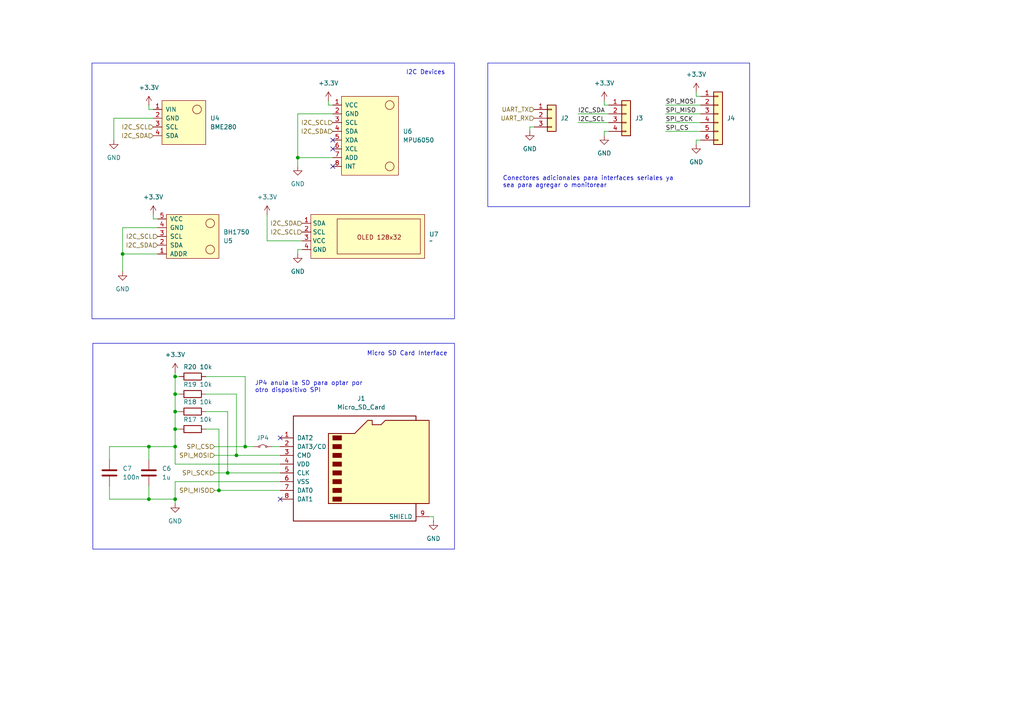
<source format=kicad_sch>
(kicad_sch (version 20250114) (generator "eeschema") (generator_version "9.0")
  (paper "A4")
  (title_block (title "TD2 Dev Kit - Serial Interfaces") (date "2025-07-01") (rev "1") (company "UTN FRA LSE"))
  (lib_symbols
    (symbol "Connector:Micro_SD_Card" (pin_names (offset 1.016))
      (property "Reference" "J" (at -16.51 15.24 0))
      (property "Value" "Micro_SD_Card" (at 16.51 15.24 0))
      (symbol "Micro_SD_Card_0_1"
        (polyline (pts (xy -8.89 -11.43) (xy -8.89 8.89) (xy -1.27 8.89) (xy 2.54 12.7) (xy 3.81 12.7) (xy 3.81 11.43) (xy 6.35 11.43) (xy 7.62 12.7) (xy 20.32 12.7) (xy 20.32 -11.43) (xy -8.89 -11.43)) (stroke (width 0.254)) (fill (type background)))
        (rectangle (start -7.62 8.255) (end -5.08 6.985) (fill (type outline)))
        (rectangle (start -7.62 5.715) (end -5.08 4.445) (fill (type outline)))
        (rectangle (start -7.62 3.175) (end -5.08 1.905) (fill (type outline)))
        (rectangle (start -7.62 0.635) (end -5.08 -0.635) (fill (type outline)))
        (rectangle (start -7.62 -1.905) (end -5.08 -3.175) (fill (type outline)))
        (rectangle (start -7.62 -4.445) (end -5.08 -5.715) (fill (type outline)))
        (rectangle (start -7.62 -6.985) (end -5.08 -8.255) (fill (type outline)))
        (rectangle (start -7.62 -9.525) (end -5.08 -10.795) (fill (type outline)))
        (polyline (pts (xy 16.51 12.7) (xy 16.51 13.97) (xy -19.05 13.97) (xy -19.05 -16.51) (xy 16.51 -16.51) (xy 16.51 -11.43)) (stroke (width 0.254)))
      )
      (symbol "Micro_SD_Card_1_1"
        (pin bidirectional line (at -22.86 7.62 0) (length 3.81) (name "DAT2") (number "1"))
        (pin bidirectional line (at -22.86 5.08 0) (length 3.81) (name "DAT3/CD") (number "2"))
        (pin input line (at -22.86 2.54 0) (length 3.81) (name "CMD") (number "3"))
        (pin power_in line (at -22.86 0 0) (length 3.81) (name "VDD") (number "4"))
        (pin input line (at -22.86 -2.54 0) (length 3.81) (name "CLK") (number "5"))
        (pin power_in line (at -22.86 -5.08 0) (length 3.81) (name "VSS") (number "6"))
        (pin bidirectional line (at -22.86 -7.62 0) (length 3.81) (name "DAT0") (number "7"))
        (pin bidirectional line (at -22.86 -10.16 0) (length 3.81) (name "DAT1") (number "8"))
        (pin passive line (at 20.32 -15.24 180) (length 3.81) (name "SHIELD") (number "9"))
      )
    )
    (symbol "Connector_Generic:Conn_01x03" (pin_names (offset 1.016) (hide yes))
      (property "Reference" "J" (at 0 5.08 0))
      (property "Value" "Conn_01x03" (at 0 -5.08 0))
      (symbol "Conn_01x03_1_1"
        (rectangle (start -1.27 3.81) (end 1.27 -3.81) (stroke (width 0.254)) (fill (type background)))
        (rectangle (start -1.27 2.667) (end 0 2.413) (stroke (width 0.1524)))
        (rectangle (start -1.27 0.127) (end 0 -0.127) (stroke (width 0.1524)))
        (rectangle (start -1.27 -2.413) (end 0 -2.667) (stroke (width 0.1524)))
        (pin passive line (at -5.08 2.54 0) (length 3.81) (name "Pin_1") (number "1"))
        (pin passive line (at -5.08 0 0) (length 3.81) (name "Pin_2") (number "2"))
        (pin passive line (at -5.08 -2.54 0) (length 3.81) (name "Pin_3") (number "3"))
      )
    )
    (symbol "Connector_Generic:Conn_01x04" (pin_names (offset 1.016) (hide yes))
      (property "Reference" "J" (at 0 5.08 0))
      (property "Value" "Conn_01x04" (at 0 -7.62 0))
      (symbol "Conn_01x04_1_1"
        (rectangle (start -1.27 3.81) (end 1.27 -6.35) (stroke (width 0.254)) (fill (type background)))
        (rectangle (start -1.27 2.667) (end 0 2.413) (stroke (width 0.1524)))
        (rectangle (start -1.27 0.127) (end 0 -0.127) (stroke (width 0.1524)))
        (rectangle (start -1.27 -2.413) (end 0 -2.667) (stroke (width 0.1524)))
        (rectangle (start -1.27 -4.953) (end 0 -5.207) (stroke (width 0.1524)))
        (pin passive line (at -5.08 2.54 0) (length 3.81) (name "Pin_1") (number "1"))
        (pin passive line (at -5.08 0 0) (length 3.81) (name "Pin_2") (number "2"))
        (pin passive line (at -5.08 -2.54 0) (length 3.81) (name "Pin_3") (number "3"))
        (pin passive line (at -5.08 -5.08 0) (length 3.81) (name "Pin_4") (number "4"))
      )
    )
    (symbol "Connector_Generic:Conn_01x06" (pin_names (offset 1.016) (hide yes))
      (property "Reference" "J" (at 0 7.62 0))
      (property "Value" "Conn_01x06" (at 0 -10.16 0))
      (symbol "Conn_01x06_1_1"
        (rectangle (start -1.27 6.35) (end 1.27 -8.89) (stroke (width 0.254)) (fill (type background)))
        (rectangle (start -1.27 5.207) (end 0 4.953) (stroke (width 0.1524)))
        (rectangle (start -1.27 2.667) (end 0 2.413) (stroke (width 0.1524)))
        (rectangle (start -1.27 0.127) (end 0 -0.127) (stroke (width 0.1524)))
        (rectangle (start -1.27 -2.413) (end 0 -2.667) (stroke (width 0.1524)))
        (rectangle (start -1.27 -4.953) (end 0 -5.207) (stroke (width 0.1524)))
        (rectangle (start -1.27 -7.493) (end 0 -7.747) (stroke (width 0.1524)))
        (pin passive line (at -5.08 5.08 0) (length 3.81) (name "Pin_1") (number "1"))
        (pin passive line (at -5.08 2.54 0) (length 3.81) (name "Pin_2") (number "2"))
        (pin passive line (at -5.08 0 0) (length 3.81) (name "Pin_3") (number "3"))
        (pin passive line (at -5.08 -2.54 0) (length 3.81) (name "Pin_4") (number "4"))
        (pin passive line (at -5.08 -5.08 0) (length 3.81) (name "Pin_5") (number "5"))
        (pin passive line (at -5.08 -7.62 0) (length 3.81) (name "Pin_6") (number "6"))
      )
    )
    (symbol "Device:C" (pin_numbers (hide yes)) (pin_names (offset 0.254))
      (property "Reference" "C" (at 0.635 2.54 0))
      (property "Value" "C" (at 0.635 -2.54 0))
      (symbol "C_0_1"
        (polyline (pts (xy -2.032 0.762) (xy 2.032 0.762)) (stroke (width 0.508)))
        (polyline (pts (xy -2.032 -0.762) (xy 2.032 -0.762)) (stroke (width 0.508)))
      )
      (symbol "C_1_1"
        (pin passive line (at 0 3.81 270) (length 2.794) (name "~") (number "1"))
        (pin passive line (at 0 -3.81 90) (length 2.794) (name "~") (number "2"))
      )
    )
    (symbol "Device:R" (pin_numbers (hide yes)) (pin_names (offset 0))
      (property "Reference" "R" (at 2.032 0 90))
      (property "Value" "R" (at 0 0 90))
      (symbol "R_0_1"
        (rectangle (start -1.016 -2.54) (end 1.016 2.54) (stroke (width 0.254)))
      )
      (symbol "R_1_1"
        (pin passive line (at 0 3.81 270) (length 1.27) (name "~") (number "1"))
        (pin passive line (at 0 -3.81 90) (length 1.27) (name "~") (number "2"))
      )
    )
    (symbol "Jumper:Jumper_2_Small_Bridged" (pin_numbers (hide yes)) (pin_names (offset 0) (hide yes))
      (property "Reference" "JP" (at 0 2.032 0))
      (property "Value" "Jumper_2_Small_Bridged" (at 0 -2.286 0))
      (symbol "Jumper_2_Small_Bridged_0_0"
        (circle (center -1.016 0) (radius 0.254))
        (circle (center 1.016 0) (radius 0.254))
      )
      (symbol "Jumper_2_Small_Bridged_0_1"
        (arc (start -0.762 0.254) (mid 0 0.5696) (end 0.762 0.254))
      )
      (symbol "Jumper_2_Small_Bridged_1_1"
        (pin passive line (at -2.54 0 0) (length 1.27) (name "A") (number "1"))
        (pin passive line (at 2.54 0 180) (length 1.27) (name "B") (number "2"))
      )
    )
    (symbol "custom-library:SSD1306_128x32"
      (property "Reference" "U" (at 1.016 10.16 0))
      (symbol "SSD1306_128x32_1_1"
        (rectangle (start 0 8.89) (end 33.02 -3.81) (fill (type color) (color 255 255 194 1)))
        (rectangle (start 7.62 7.62) (end 31.75 -2.54) (fill (type background)))
        (text "OLED 128x32" (at 19.812 2.286 0) (effects (font (size 1.27 1.27))))
        (pin bidirectional line (at -2.54 6.35 0) (length 2.54) (name "SDA") (number "1"))
        (pin input line (at -2.54 3.81 0) (length 2.54) (name "SCL") (number "2"))
        (pin power_in line (at -2.54 1.27 0) (length 2.54) (name "VCC") (number "3"))
        (pin power_in line (at -2.54 -1.27 0) (length 2.54) (name "GND") (number "4"))
      )
    )
    (symbol "power:+3.3V" (power) (pin_numbers (hide yes)) (pin_names (offset 0) (hide yes))
      (property "Value" "+3.3V" (at 0 3.556 0))
      (symbol "+3.3V_0_1"
        (polyline (pts (xy -0.762 1.27) (xy 0 2.54)))
        (polyline (pts (xy 0 2.54) (xy 0.762 1.27)))
        (polyline (pts (xy 0 0) (xy 0 2.54)))
      )
      (symbol "+3.3V_1_1"
        (pin power_in line (at 0 0 90) (length 0) (name "~") (number "1"))
      )
    )
    (symbol "power:GND" (power) (pin_numbers (hide yes)) (pin_names (offset 0) (hide yes))
      (property "Value" "GND" (at 0 -3.81 0))
      (symbol "GND_0_1"
        (polyline (pts (xy 0 0) (xy 0 -1.27) (xy 1.27 -1.27) (xy 0 -2.54) (xy -1.27 -1.27) (xy 0 -1.27)))
      )
      (symbol "GND_1_1"
        (pin power_in line (at 0 0 270) (length 0) (name "~") (number "1"))
      )
    )
    (symbol "usini_sensors:module_bh1750" (pin_names (offset 1.016))
      (property "Reference" "U" (at 3.81 10.16 0))
      (property "Value" "module_bh1750" (at 10.16 -5.08 0))
      (symbol "module_bh1750_0_1"
        (rectangle (start 2.54 8.89) (end 17.78 -3.81) (fill (type background)))
        (circle (center 15.24 6.35) (radius 1.27))
        (circle (center 15.24 -1.27) (radius 1.27))
      )
      (symbol "module_bh1750_1_1"
        (pin input line (at 0 7.62 0) (length 2.54) (name "ADDR") (number "1"))
        (pin input line (at 0 5.08 0) (length 2.54) (name "SDA") (number "2"))
        (pin input line (at 0 2.54 0) (length 2.54) (name "SCL") (number "3"))
        (pin input line (at 0 0 0) (length 2.54) (name "GND") (number "4"))
        (pin input line (at 0 -2.54 0) (length 2.54) (name "VCC") (number "5"))
      )
    )
    (symbol "usini_sensors:module_bme280_alt" (pin_names (offset 1.016))
      (property "Reference" "U" (at 2.54 17.78 0))
      (property "Value" "module_bme280_alt" (at 7.62 2.54 0))
      (symbol "module_bme280_alt_0_1"
        (rectangle (start 2.54 16.51) (end 15.24 3.81) (fill (type background)))
        (circle (center 12.7 13.97) (radius 1.27))
      )
      (symbol "module_bme280_alt_1_1"
        (pin input line (at 0 13.97 0) (length 2.54) (name "VIN") (number "1"))
        (pin input line (at 0 11.43 0) (length 2.54) (name "GND") (number "2"))
        (pin input line (at 0 8.89 0) (length 2.54) (name "SCL") (number "3"))
        (pin input line (at 0 6.35 0) (length 2.54) (name "SDA") (number "4"))
      )
    )
    (symbol "usini_sensors:module_mpu6050" (pin_names (offset 1.016))
      (property "Reference" "U" (at 2.54 21.59 0))
      (property "Value" "module_mpu6050" (at 11.43 -3.81 0))
      (symbol "module_mpu6050_0_1"
        (rectangle (start 2.54 20.32) (end 19.05 -2.54) (fill (type background)))
        (circle (center 16.51 17.78) (radius 1.27))
        (circle (center 16.51 0) (radius 1.27))
      )
      (symbol "module_mpu6050_1_1"
        (pin input line (at 0 17.78 0) (length 2.54) (name "VCC") (number "1"))
        (pin input line (at 0 15.24 0) (length 2.54) (name "GND") (number "2"))
        (pin input line (at 0 12.7 0) (length 2.54) (name "SCL") (number "3"))
        (pin input line (at 0 10.16 0) (length 2.54) (name "SDA") (number "4"))
        (pin input line (at 0 7.62 0) (length 2.54) (name "XDA") (number "5"))
        (pin input line (at 0 5.08 0) (length 2.54) (name "XCL") (number "6"))
        (pin input line (at 0 2.54 0) (length 2.54) (name "ADD") (number "7"))
        (pin input line (at 0 0 0) (length 2.54) (name "INT") (number "8"))
      )
    )
  )
  (rectangle (start 26.67 18.288) (end 131.826 92.456))
  (rectangle (start 141.478 18.288) (end 217.424 59.944))
  (rectangle (start 26.924 99.568) (end 131.826 159.258))
  (text "Conectores adicionales para interfaces seriales ya\nsea para agregar o monitorear" (at 145.796 52.832 0) (effects (font (size 1.27 1.27)) (justify left)))
  (text "JP4 anula la SD para optar por\notro dispositivo SPI" (at 73.914 112.268 0) (effects (font (size 1.27 1.27)) (justify left)))
  (text "I2C Devices" (at 123.444 21.082 0) (effects (font (size 1.27 1.27))))
  (text "Micro SD Card Interface" (at 118.11 102.616 0) (effects (font (size 1.27 1.27))))
  (junction (at 50.8 119.38))
  (junction (at 50.8 114.3))
  (junction (at 66.04 137.16))
  (junction (at 86.36 45.72))
  (junction (at 43.18 144.78))
  (junction (at 50.8 124.46))
  (junction (at 43.18 129.54))
  (junction (at 71.12 129.54))
  (junction (at 50.8 109.22))
  (junction (at 68.58 132.08))
  (junction (at 63.5 142.24))
  (junction (at 50.8 144.78))
  (junction (at 50.8 129.54))
  (junction (at 35.56 73.66))
  (no_connect (at 96.52 43.18))
  (no_connect (at 81.28 127))
  (no_connect (at 96.52 48.26))
  (no_connect (at 81.28 144.78))
  (no_connect (at 96.52 40.64))
  (wire (pts (xy 153.67 36.83) (xy 154.94 36.83)))
  (wire (pts (xy 50.8 134.62) (xy 81.28 134.62)))
  (wire (pts (xy 50.8 139.7) (xy 81.28 139.7)))
  (wire (pts (xy 125.73 149.86) (xy 124.46 149.86)))
  (wire (pts (xy 43.18 31.75) (xy 44.45 31.75)))
  (wire (pts (xy 50.8 109.22) (xy 52.07 109.22)))
  (wire (pts (xy 31.75 144.78) (xy 43.18 144.78)))
  (wire (pts (xy 31.75 129.54) (xy 43.18 129.54)))
  (wire (pts (xy 86.36 72.39) (xy 87.63 72.39)))
  (wire (pts (xy 86.36 45.72) (xy 96.52 45.72)))
  (wire (pts (xy 193.04 30.48) (xy 203.2 30.48)))
  (wire (pts (xy 33.02 34.29) (xy 44.45 34.29)))
  (wire (pts (xy 175.26 30.48) (xy 176.53 30.48)))
  (wire (pts (xy 44.45 62.23) (xy 44.45 63.5)))
  (wire (pts (xy 193.04 33.02) (xy 203.2 33.02)))
  (wire (pts (xy 50.8 114.3) (xy 50.8 119.38)))
  (wire (pts (xy 201.93 26.67) (xy 201.93 27.94)))
  (wire (pts (xy 50.8 129.54) (xy 50.8 134.62)))
  (wire (pts (xy 66.04 119.38) (xy 66.04 137.16)))
  (wire (pts (xy 31.75 133.35) (xy 31.75 129.54)))
  (wire (pts (xy 68.58 132.08) (xy 81.28 132.08)))
  (wire (pts (xy 86.36 33.02) (xy 96.52 33.02)))
  (wire (pts (xy 35.56 73.66) (xy 45.72 73.66)))
  (wire (pts (xy 35.56 66.04) (xy 35.56 73.66)))
  (wire (pts (xy 50.8 119.38) (xy 50.8 124.46)))
  (wire (pts (xy 50.8 146.05) (xy 50.8 144.78)))
  (wire (pts (xy 86.36 73.66) (xy 86.36 72.39)))
  (wire (pts (xy 33.02 40.64) (xy 33.02 34.29)))
  (wire (pts (xy 71.12 129.54) (xy 73.66 129.54)))
  (wire (pts (xy 59.69 119.38) (xy 66.04 119.38)))
  (wire (pts (xy 43.18 30.48) (xy 43.18 31.75)))
  (wire (pts (xy 44.45 63.5) (xy 45.72 63.5)))
  (wire (pts (xy 62.23 129.54) (xy 71.12 129.54)))
  (wire (pts (xy 175.26 29.21) (xy 175.26 30.48)))
  (wire (pts (xy 201.93 27.94) (xy 203.2 27.94)))
  (wire (pts (xy 59.69 114.3) (xy 68.58 114.3)))
  (wire (pts (xy 71.12 109.22) (xy 71.12 129.54)))
  (wire (pts (xy 153.67 38.1) (xy 153.67 36.83)))
  (wire (pts (xy 50.8 119.38) (xy 52.07 119.38)))
  (wire (pts (xy 50.8 114.3) (xy 52.07 114.3)))
  (wire (pts (xy 167.64 33.02) (xy 176.53 33.02)))
  (wire (pts (xy 43.18 129.54) (xy 50.8 129.54)))
  (wire (pts (xy 62.23 137.16) (xy 66.04 137.16)))
  (wire (pts (xy 50.8 107.95) (xy 50.8 109.22)))
  (wire (pts (xy 193.04 38.1) (xy 203.2 38.1)))
  (wire (pts (xy 201.93 41.91) (xy 201.93 40.64)))
  (wire (pts (xy 43.18 144.78) (xy 50.8 144.78)))
  (wire (pts (xy 43.18 140.97) (xy 43.18 144.78)))
  (wire (pts (xy 59.69 124.46) (xy 63.5 124.46)))
  (wire (pts (xy 77.47 69.85) (xy 87.63 69.85)))
  (wire (pts (xy 63.5 142.24) (xy 81.28 142.24)))
  (wire (pts (xy 50.8 124.46) (xy 52.07 124.46)))
  (wire (pts (xy 167.64 35.56) (xy 176.53 35.56)))
  (wire (pts (xy 78.74 129.54) (xy 81.28 129.54)))
  (wire (pts (xy 50.8 109.22) (xy 50.8 114.3)))
  (wire (pts (xy 59.69 109.22) (xy 71.12 109.22)))
  (wire (pts (xy 86.36 45.72) (xy 86.36 33.02)))
  (wire (pts (xy 31.75 140.97) (xy 31.75 144.78)))
  (wire (pts (xy 35.56 73.66) (xy 35.56 78.74)))
  (wire (pts (xy 50.8 124.46) (xy 50.8 129.54)))
  (wire (pts (xy 86.36 48.26) (xy 86.36 45.72)))
  (wire (pts (xy 68.58 114.3) (xy 68.58 132.08)))
  (wire (pts (xy 95.25 29.21) (xy 95.25 30.48)))
  (wire (pts (xy 63.5 124.46) (xy 63.5 142.24)))
  (wire (pts (xy 62.23 142.24) (xy 63.5 142.24)))
  (wire (pts (xy 50.8 144.78) (xy 50.8 139.7)))
  (wire (pts (xy 125.73 151.13) (xy 125.73 149.86)))
  (wire (pts (xy 175.26 38.1) (xy 176.53 38.1)))
  (wire (pts (xy 62.23 132.08) (xy 68.58 132.08)))
  (wire (pts (xy 66.04 137.16) (xy 81.28 137.16)))
  (wire (pts (xy 175.26 39.37) (xy 175.26 38.1)))
  (wire (pts (xy 77.47 62.23) (xy 77.47 69.85)))
  (wire (pts (xy 193.04 35.56) (xy 203.2 35.56)))
  (wire (pts (xy 201.93 40.64) (xy 203.2 40.64)))
  (wire (pts (xy 45.72 66.04) (xy 35.56 66.04)))
  (wire (pts (xy 43.18 133.35) (xy 43.18 129.54)))
  (wire (pts (xy 95.25 30.48) (xy 96.52 30.48)))
  (label "I2C_SCL" (at 167.64 35.56 0))
  (label "I2C_SDA" (at 167.64 33.02 0))
  (label "SPI_SCK" (at 193.04 35.56 0))
  (label "SPI_CS" (at 193.04 38.1 0))
  (label "SPI_MISO" (at 193.04 33.02 0))
  (label "SPI_MOSI" (at 193.04 30.48 0))
  (hierarchical_label "SPI_MISO" (shape input) (at 62.23 142.24 180))
  (hierarchical_label "I2C_SDA" (shape input) (at 87.63 64.77 180))
  (hierarchical_label "UART_TX" (shape input) (at 154.94 31.75 180))
  (hierarchical_label "I2C_SDA" (shape input) (at 96.52 38.1 180))
  (hierarchical_label "SPI_CS" (shape input) (at 62.23 129.54 180))
  (hierarchical_label "UART_RX" (shape input) (at 154.94 34.29 180))
  (hierarchical_label "SPI_MOSI" (shape input) (at 62.23 132.08 180))
  (hierarchical_label "I2C_SCL" (shape input) (at 44.45 36.83 180))
  (hierarchical_label "I2C_SDA" (shape input) (at 45.72 71.12 180))
  (hierarchical_label "I2C_SCL" (shape input) (at 45.72 68.58 180))
  (hierarchical_label "I2C_SDA" (shape input) (at 44.45 39.37 180))
  (hierarchical_label "I2C_SCL" (shape input) (at 87.63 67.31 180))
  (hierarchical_label "I2C_SCL" (shape input) (at 96.52 35.56 180))
  (hierarchical_label "SPI_SCK" (shape input) (at 62.23 137.16 180))
  (symbol (lib_id "Device:C") (at 43.18 137.16 0) (unit 1)
    (property "Reference" "C6" (at 46.99 135.8899 0) (effects (justify left)))
    (property "Value" "1u" (at 46.99 138.4299 0) (effects (justify left)))
    (property "Footprint" "Capacitor_SMD:C_0805_2012Metric_Pad1.18x1.45mm_HandSolder" (effects (hide yes)))
    (property "Description" "Unpolarized capacitor" (effects (hide yes)))
  )
  (symbol (lib_id "power:GND") (at 35.56 78.74 0) (unit 1)
    (property "Reference" "#PWR011" (effects (hide yes)))
    (property "Value" "GND" (at 35.56 83.82 0))
    (property "Description" "Power symbol creates a global label with name \"GND\" , ground" (effects (hide yes)))
  )
  (symbol (lib_id "Device:R") (at 55.88 114.3 90) (unit 1)
    (property "Reference" "R19" (at 55.118 111.506 90))
    (property "Value" "10k" (at 59.69 111.506 90))
    (property "Footprint" "Resistor_SMD:R_0805_2012Metric_Pad1.20x1.40mm_HandSolder" (effects (hide yes)))
    (property "Description" "Resistor" (effects (hide yes)))
  )
  (symbol (lib_id "usini_sensors:module_bh1750") (at 45.72 66.04 0) (mirror x) (unit 1)
    (property "Reference" "U5" (at 64.77 69.8501 0) (effects (justify left)))
    (property "Value" "BH1750" (at 64.77 67.3101 0) (effects (justify left)))
    (property "Footprint" "usini_sensors:module_bh1750" (effects (hide yes)))
  )
  (symbol (lib_id "Connector_Generic:Conn_01x03") (at 160.02 34.29 0) (unit 1)
    (property "Reference" "J2" (at 162.56 34.2899 0) (effects (justify left)))
    (property "Value" "Conn_01x03" (effects (hide yes)))
    (property "Footprint" "Connector_PinHeader_2.54mm:PinHeader_1x03_P2.54mm_Horizontal" (effects (hide yes)))
    (property "Description" "Generic connector, single row, 01x03, script generated (kicad-library-utils/schlib/autogen/connector/)" (effects (hide yes)))
  )
  (symbol (lib_id "Device:R") (at 55.88 119.38 90) (unit 1)
    (property "Reference" "R18" (at 55.118 116.586 90))
    (property "Value" "10k" (at 59.69 116.586 90))
    (property "Footprint" "Resistor_SMD:R_0805_2012Metric_Pad1.20x1.40mm_HandSolder" (effects (hide yes)))
    (property "Description" "Resistor" (effects (hide yes)))
  )
  (symbol (lib_id "power:+3.3V") (at 50.8 107.95 0) (unit 1)
    (property "Reference" "#PWR043" (effects (hide yes)))
    (property "Value" "+3.3V" (at 50.8 102.87 0))
    (property "Description" "Power symbol creates a global label with name \"+3.3V\"" (effects (hide yes)))
  )
  (symbol (lib_id "power:GND") (at 153.67 38.1 0) (unit 1)
    (property "Reference" "#PWR050" (effects (hide yes)))
    (property "Value" "GND" (at 153.67 43.18 0))
    (property "Description" "Power symbol creates a global label with name \"GND\" , ground" (effects (hide yes)))
  )
  (symbol (lib_id "power:GND") (at 50.8 146.05 0) (unit 1)
    (property "Reference" "#PWR044" (effects (hide yes)))
    (property "Value" "GND" (at 50.8 151.13 0))
    (property "Description" "Power symbol creates a global label with name \"GND\" , ground" (effects (hide yes)))
  )
  (symbol (lib_id "power:GND") (at 33.02 40.64 0) (unit 1)
    (property "Reference" "#PWR09" (effects (hide yes)))
    (property "Value" "GND" (at 33.02 45.72 0))
    (property "Description" "Power symbol creates a global label with name \"GND\" , ground" (effects (hide yes)))
  )
  (symbol (lib_id "custom-library:SSD1306_128x32") (at 90.17 71.12 0) (unit 1)
    (property "Reference" "U7" (at 124.46 67.9449 0) (effects (justify left)))
    (property "Value" "~" (at 124.46 69.85 0) (effects (justify left)))
    (property "Footprint" "custom-library:128x32-OLED" (effects (hide yes)))
  )
  (symbol (lib_id "power:GND") (at 201.93 41.91 0) (unit 1)
    (property "Reference" "#PWR053" (effects (hide yes)))
    (property "Value" "GND" (at 201.93 46.99 0))
    (property "Description" "Power symbol creates a global label with name \"GND\" , ground" (effects (hide yes)))
  )
  (symbol (lib_id "power:GND") (at 125.73 151.13 0) (unit 1)
    (property "Reference" "#PWR045" (effects (hide yes)))
    (property "Value" "GND" (at 125.73 156.21 0))
    (property "Description" "Power symbol creates a global label with name \"GND\" , ground" (effects (hide yes)))
  )
  (symbol (lib_id "usini_sensors:module_mpu6050") (at 96.52 48.26 0) (unit 1)
    (property "Reference" "U6" (at 116.84 38.0999 0) (effects (justify left)))
    (property "Value" "MPU6050" (at 116.84 40.6399 0) (effects (justify left)))
    (property "Footprint" "usini_sensors:module_mpu6050" (effects (hide yes)))
  )
  (symbol (lib_id "power:GND") (at 86.36 48.26 0) (unit 1)
    (property "Reference" "#PWR013" (effects (hide yes)))
    (property "Value" "GND" (at 86.36 53.34 0))
    (property "Description" "Power symbol creates a global label with name \"GND\" , ground" (effects (hide yes)))
  )
  (symbol (lib_id "power:GND") (at 175.26 39.37 0) (unit 1)
    (property "Reference" "#PWR052" (effects (hide yes)))
    (property "Value" "GND" (at 175.26 44.45 0))
    (property "Description" "Power symbol creates a global label with name \"GND\" , ground" (effects (hide yes)))
  )
  (symbol (lib_id "power:+3.3V") (at 95.25 29.21 0) (unit 1)
    (property "Reference" "#PWR012" (effects (hide yes)))
    (property "Value" "+3.3V" (at 95.25 24.13 0))
    (property "Description" "Power symbol creates a global label with name \"+3.3V\"" (effects (hide yes)))
  )
  (symbol (lib_id "power:GND") (at 86.36 73.66 0) (unit 1)
    (property "Reference" "#PWR015" (effects (hide yes)))
    (property "Value" "GND" (at 86.36 78.74 0))
    (property "Description" "Power symbol creates a global label with name \"GND\" , ground" (effects (hide yes)))
  )
  (symbol (lib_id "Device:R") (at 55.88 124.46 90) (unit 1)
    (property "Reference" "R17" (at 55.118 121.666 90))
    (property "Value" "10k" (at 59.69 121.666 90))
    (property "Footprint" "Resistor_SMD:R_0805_2012Metric_Pad1.20x1.40mm_HandSolder" (effects (hide yes)))
    (property "Description" "Resistor" (effects (hide yes)))
  )
  (symbol (lib_id "Jumper:Jumper_2_Small_Bridged") (at 76.2 129.54 0) (unit 1)
    (property "Reference" "JP4" (at 76.2 127 0))
    (property "Value" "Jumper_2_Small_Bridged" (effects (hide yes)))
    (property "Footprint" "Connector_PinHeader_2.54mm:PinHeader_1x02_P2.54mm_Vertical" (effects (hide yes)))
    (property "Description" "Jumper, 2-pole, small symbol, bridged" (effects (hide yes)))
  )
  (symbol (lib_id "Connector_Generic:Conn_01x04") (at 181.61 33.02 0) (unit 1)
    (property "Reference" "J3" (at 184.15 34.2899 0) (effects (justify left)))
    (property "Value" "Conn_01x04" (effects (hide yes)))
    (property "Footprint" "Connector_PinHeader_2.54mm:PinHeader_1x04_P2.54mm_Horizontal" (effects (hide yes)))
    (property "Description" "Generic connector, single row, 01x04, script generated (kicad-library-utils/schlib/autogen/connector/)" (effects (hide yes)))
  )
  (symbol (lib_id "Device:R") (at 55.88 109.22 90) (unit 1)
    (property "Reference" "R20" (at 55.118 106.426 90))
    (property "Value" "10k" (at 59.69 106.426 90))
    (property "Footprint" "Resistor_SMD:R_0805_2012Metric_Pad1.20x1.40mm_HandSolder" (effects (hide yes)))
    (property "Description" "Resistor" (effects (hide yes)))
  )
  (symbol (lib_id "Device:C") (at 31.75 137.16 0) (unit 1)
    (property "Reference" "C7" (at 35.56 135.8899 0) (effects (justify left)))
    (property "Value" "100n" (at 35.56 138.4299 0) (effects (justify left)))
    (property "Footprint" "Capacitor_SMD:C_0805_2012Metric_Pad1.18x1.45mm_HandSolder" (effects (hide yes)))
    (property "Description" "Unpolarized capacitor" (effects (hide yes)))
  )
  (symbol (lib_id "Connector:Micro_SD_Card") (at 104.14 134.62 0) (unit 1)
    (property "Reference" "J1" (at 104.775 115.57 0))
    (property "Value" "Micro_SD_Card" (at 104.775 118.11 0))
    (property "Footprint" "Connector_Card:microSD_HC_Molex_104031-0811" (effects (hide yes)))
    (property "Datasheet" "https://www.we-online.com/components/products/datasheet/693072010801.pdf" (effects (hide yes)))
    (property "Description" "Micro SD Card Socket" (effects (hide yes)))
  )
  (symbol (lib_id "power:+3.3V") (at 77.47 62.23 0) (unit 1)
    (property "Reference" "#PWR014" (effects (hide yes)))
    (property "Value" "+3.3V" (at 77.47 57.15 0))
    (property "Description" "Power symbol creates a global label with name \"+3.3V\"" (effects (hide yes)))
  )
  (symbol (lib_id "power:+3.3V") (at 43.18 30.48 0) (unit 1)
    (property "Reference" "#PWR08" (effects (hide yes)))
    (property "Value" "+3.3V" (at 43.18 25.4 0))
    (property "Description" "Power symbol creates a global label with name \"+3.3V\"" (effects (hide yes)))
  )
  (symbol (lib_id "power:+3.3V") (at 175.26 29.21 0) (unit 1)
    (property "Reference" "#PWR051" (effects (hide yes)))
    (property "Value" "+3.3V" (at 175.26 24.13 0))
    (property "Description" "Power symbol creates a global label with name \"+3.3V\"" (effects (hide yes)))
  )
  (symbol (lib_id "Connector_Generic:Conn_01x06") (at 208.28 33.02 0) (unit 1)
    (property "Reference" "J4" (at 210.82 34.2899 0) (effects (justify left)))
    (property "Value" "Conn_01x06" (effects (hide yes)))
    (property "Footprint" "Connector_PinHeader_2.54mm:PinHeader_1x06_P2.54mm_Horizontal" (effects (hide yes)))
    (property "Description" "Generic connector, single row, 01x06, script generated (kicad-library-utils/schlib/autogen/connector/)" (effects (hide yes)))
  )
  (symbol (lib_id "power:+3.3V") (at 201.93 26.67 0) (unit 1)
    (property "Reference" "#PWR054" (effects (hide yes)))
    (property "Value" "+3.3V" (at 201.93 21.59 0))
    (property "Description" "Power symbol creates a global label with name \"+3.3V\"" (effects (hide yes)))
  )
  (symbol (lib_id "usini_sensors:module_bme280_alt") (at 44.45 45.72 0) (unit 1)
    (property "Reference" "U4" (at 60.96 34.2899 0) (effects (justify left)))
    (property "Value" "BME280" (at 60.96 36.8299 0) (effects (justify left)))
    (property "Footprint" "usini_sensors:module_bme280_alt" (effects (hide yes)))
  )
  (symbol (lib_id "power:+3.3V") (at 44.45 62.23 0) (unit 1)
    (property "Reference" "#PWR010" (effects (hide yes)))
    (property "Value" "+3.3V" (at 44.45 57.15 0))
    (property "Description" "Power symbol creates a global label with name \"+3.3V\"" (effects (hide yes)))
  )
)
</source>
